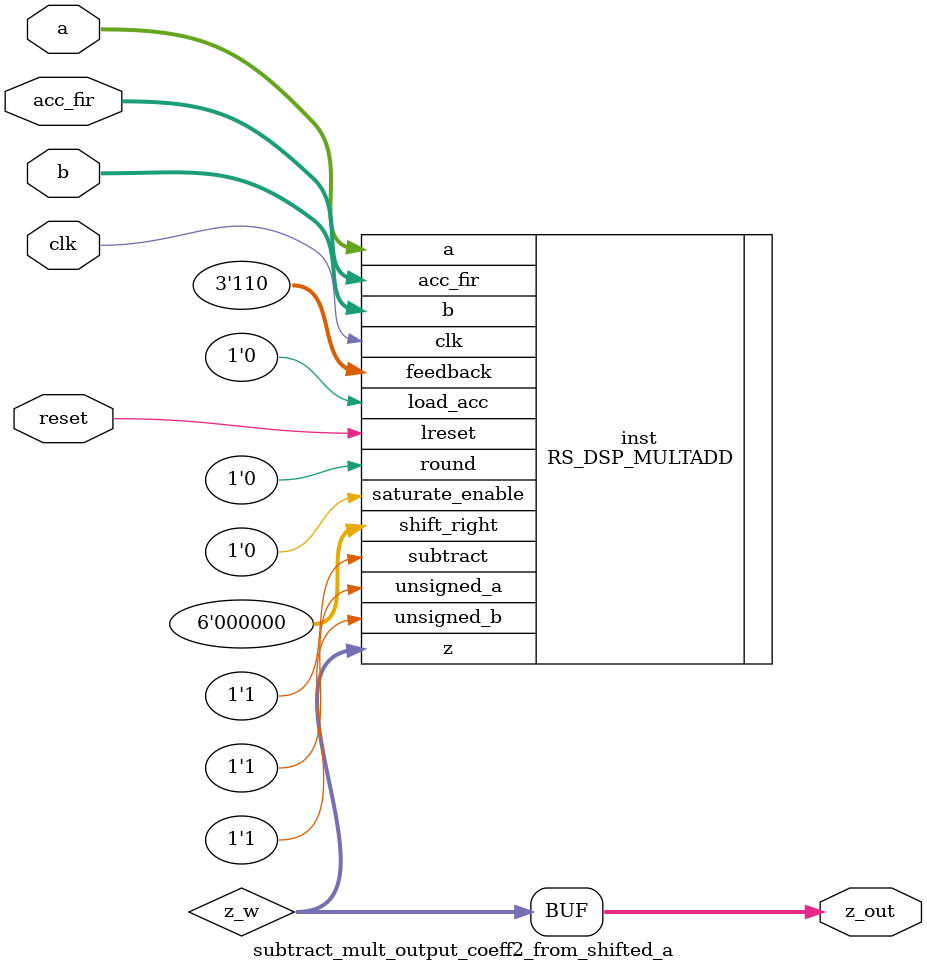
<source format=v>
module subtract_mult_output_coeff2_from_shifted_a (
	input  wire [19:0] a,
    input  wire [17:0] b,
    input  wire [5:0] acc_fir,
    output wire [37:0] z_out,
    input clk, reset
    );
    parameter [79:0] MODE_BITS = 80'h00000000000001000000;    
    wire [37:0] z_w;

	RS_DSP_MULTADD #(
    .MODE_BITS(80'h00000000000001000000)) 
        inst(.a(a),.b(b),.z(z_w), .clk(clk), .lreset(reset),.load_acc(1'b0),.feedback(3'd6),.acc_fir(acc_fir),.unsigned_a(1'b1),.unsigned_b(1'b1), .saturate_enable(1'b0),.shift_right(6'd0),.round(1'b0),.subtract(1'b1));
	
    assign z_out = z_w;

endmodule
</source>
